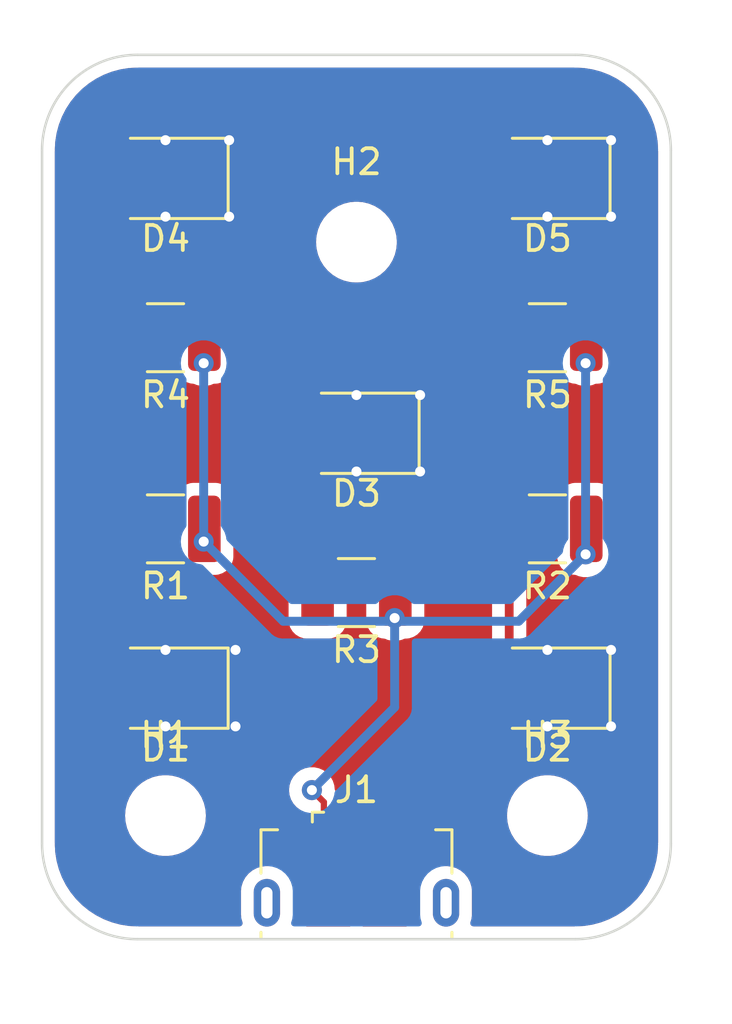
<source format=kicad_pcb>
(kicad_pcb (version 20211014) (generator pcbnew)
  (layers (0 "F.Cu" signal) (31 "B.Cu" signal) (34 "B.Paste" user) (35 "F.Paste" user) (36 "B.SilkS" user "B.Silkscreen") (37 "F.SilkS" user "F.Silkscreen") (38 "B.Mask" user) (39 "F.Mask" user) (44 "Edge.Cuts" user))
  (net 0 "")
  (net 1 "GND")
  (net 2 "Net-(D1-Pad2)")
  (net 3 "Net-(D2-Pad2)")
  (net 4 "Net-(D3-Pad2)")
  (net 5 "Net-(D4-Pad2)")
  (net 6 "Net-(D5-Pad2)")
  (net 9 "+5V")
  (footprint "MountingHole:MountingHole_2.2mm_M2" (layer "F.Cu") (at 137.16 86.36)
    (fp_text reference "H3" (at 0 -3.2) (layer "F.SilkS"))
    (fp_text value "MountingHole")
    (pad "" np_thru_hole circle locked (at 0 0) (size 2.2 2.2) (drill 2.2) (layers *.Cu *.Mask))
  )
  (footprint "MountingHole:MountingHole_2.2mm_M2" (layer "F.Cu") (at 121.92 86.36)
    (fp_text reference "H1" (at 0 -3.2) (layer "F.SilkS"))
    (fp_text value "MountingHole")
    (pad "" np_thru_hole circle locked (at 0 0) (size 2.2 2.2) (drill 2.2) (layers *.Cu *.Mask))
  )
  (footprint "Resistor_SMD:R_1210_3225Metric_Pad1.30x2.65mm_HandSolder" (layer "F.Cu") (at 137.16 74.93 180)
    (fp_text reference "R2" (at 0 -2.28) (layer "F.SilkS"))
    (fp_text value "R")
    (fp_line (start -0.723737 -1.355) (end 0.723737 -1.355) (layer "F.SilkS") (width 0.12))
    (fp_line (start -0.723737 1.355) (end 0.723737 1.355) (layer "F.SilkS") (width 0.12))
    (pad "1" smd roundrect locked (at -1.55 0 180) (size 1.3 2.65) (layers "F.Cu" "F.Paste" "F.Mask") (roundrect_rratio 0.192308) (net 9 "+5V"))
    (pad "2" smd roundrect locked (at 1.55 0 180) (size 1.3 2.65) (layers "F.Cu" "F.Paste" "F.Mask") (roundrect_rratio 0.192308) (net 3 "Net-(D2-Pad2)"))
  )
  (footprint "Resistor_SMD:R_1210_3225Metric_Pad1.30x2.65mm_HandSolder" (layer "F.Cu") (at 129.54 77.47 180)
    (fp_text reference "R3" (at 0 -2.28) (layer "F.SilkS"))
    (fp_text value "R")
    (fp_line (start -0.723737 -1.355) (end 0.723737 -1.355) (layer "F.SilkS") (width 0.12))
    (fp_line (start -0.723737 1.355) (end 0.723737 1.355) (layer "F.SilkS") (width 0.12))
    (pad "1" smd roundrect locked (at -1.55 0 180) (size 1.3 2.65) (layers "F.Cu" "F.Paste" "F.Mask") (roundrect_rratio 0.192308) (net 9 "+5V"))
    (pad "2" smd roundrect locked (at 1.55 0 180) (size 1.3 2.65) (layers "F.Cu" "F.Paste" "F.Mask") (roundrect_rratio 0.192308) (net 4 "Net-(D3-Pad2)"))
  )
  (footprint "Resistor_SMD:R_1210_3225Metric_Pad1.30x2.65mm_HandSolder" (layer "F.Cu") (at 121.92 67.31 180)
    (fp_text reference "R4" (at 0 -2.28) (layer "F.SilkS"))
    (fp_text value "R")
    (fp_line (start -0.723737 1.355) (end 0.723737 1.355) (layer "F.SilkS") (width 0.12))
    (fp_line (start -0.723737 -1.355) (end 0.723737 -1.355) (layer "F.SilkS") (width 0.12))
    (pad "1" smd roundrect locked (at -1.55 0 180) (size 1.3 2.65) (layers "F.Cu" "F.Paste" "F.Mask") (roundrect_rratio 0.192308) (net 9 "+5V"))
    (pad "2" smd roundrect locked (at 1.55 0 180) (size 1.3 2.65) (layers "F.Cu" "F.Paste" "F.Mask") (roundrect_rratio 0.192308) (net 5 "Net-(D4-Pad2)"))
  )
  (footprint "LED_SMD:LED_PLCC_2835_Handsoldering" (layer "F.Cu") (at 121.92 60.96 180)
    (fp_text reference "D4" (at 0 -2.4) (layer "F.SilkS"))
    (fp_text value "LED")
    (fp_line (start 1.4 1.6) (end -2.5 1.6) (layer "F.SilkS") (width 0.12))
    (fp_line (start -2.5 -1.6) (end -2.5 1.6) (layer "F.SilkS") (width 0.12))
    (fp_line (start 1.4 -1.6) (end -2.5 -1.6) (layer "F.SilkS") (width 0.12))
    (pad "1" smd rect locked (at -1.05 0 180) (size 2.5 2.2) (layers "F.Cu" "F.Paste" "F.Mask") (net 1 "GND"))
    (pad "2" smd rect locked (at 1.525 0 180) (size 1.55 2.2) (layers "F.Cu" "F.Paste" "F.Mask") (net 5 "Net-(D4-Pad2)"))
  )
  (footprint "Resistor_SMD:R_1210_3225Metric_Pad1.30x2.65mm_HandSolder" (layer "F.Cu") (at 137.16 67.31 180)
    (fp_text reference "R5" (at 0 -2.28) (layer "F.SilkS"))
    (fp_text value "R")
    (fp_line (start -0.723737 1.355) (end 0.723737 1.355) (layer "F.SilkS") (width 0.12))
    (fp_line (start -0.723737 -1.355) (end 0.723737 -1.355) (layer "F.SilkS") (width 0.12))
    (pad "1" smd roundrect locked (at -1.55 0 180) (size 1.3 2.65) (layers "F.Cu" "F.Paste" "F.Mask") (roundrect_rratio 0.192308) (net 9 "+5V"))
    (pad "2" smd roundrect locked (at 1.55 0 180) (size 1.3 2.65) (layers "F.Cu" "F.Paste" "F.Mask") (roundrect_rratio 0.192308) (net 6 "Net-(D5-Pad2)"))
  )
  (footprint "Resistor_SMD:R_1210_3225Metric_Pad1.30x2.65mm_HandSolder" (layer "F.Cu") (at 121.92 74.93 180)
    (fp_text reference "R1" (at 0 -2.28) (layer "F.SilkS"))
    (fp_text value "R")
    (fp_line (start -0.723737 -1.355) (end 0.723737 -1.355) (layer "F.SilkS") (width 0.12))
    (fp_line (start -0.723737 1.355) (end 0.723737 1.355) (layer "F.SilkS") (width 0.12))
    (pad "1" smd roundrect locked (at -1.55 0 180) (size 1.3 2.65) (layers "F.Cu" "F.Paste" "F.Mask") (roundrect_rratio 0.192308) (net 9 "+5V"))
    (pad "2" smd roundrect locked (at 1.55 0 180) (size 1.3 2.65) (layers "F.Cu" "F.Paste" "F.Mask") (roundrect_rratio 0.192308) (net 2 "Net-(D1-Pad2)"))
  )
  (footprint "MountingHole:MountingHole_2.2mm_M2" (layer "F.Cu") (at 129.54 63.5)
    (fp_text reference "H2" (at 0 -3.2) (layer "F.SilkS"))
    (fp_text value "MountingHole")
    (pad "" np_thru_hole circle locked (at 0 0) (size 2.2 2.2) (drill 2.2) (layers *.Cu *.Mask))
  )
  (footprint "LED_SMD:LED_PLCC_2835_Handsoldering" (layer "F.Cu") (at 121.92 81.28 180)
    (fp_text reference "D1" (at 0 -2.4) (layer "F.SilkS"))
    (fp_text value "LED")
    (fp_line (start 1.4 1.6) (end -2.5 1.6) (layer "F.SilkS") (width 0.12))
    (fp_line (start 1.4 -1.6) (end -2.5 -1.6) (layer "F.SilkS") (width 0.12))
    (fp_line (start -2.5 -1.6) (end -2.5 1.6) (layer "F.SilkS") (width 0.12))
    (pad "1" smd rect locked (at -1.05 0 180) (size 2.5 2.2) (layers "F.Cu" "F.Paste" "F.Mask") (net 1 "GND"))
    (pad "2" smd rect locked (at 1.525 0 180) (size 1.55 2.2) (layers "F.Cu" "F.Paste" "F.Mask") (net 2 "Net-(D1-Pad2)"))
  )
  (footprint "LED_SMD:LED_PLCC_2835_Handsoldering" (layer "F.Cu") (at 137.16 60.96 180)
    (fp_text reference "D5" (at 0 -2.4) (layer "F.SilkS"))
    (fp_text value "LED")
    (fp_line (start 1.4 1.6) (end -2.5 1.6) (layer "F.SilkS") (width 0.12))
    (fp_line (start -2.5 -1.6) (end -2.5 1.6) (layer "F.SilkS") (width 0.12))
    (fp_line (start 1.4 -1.6) (end -2.5 -1.6) (layer "F.SilkS") (width 0.12))
    (pad "1" smd rect locked (at -1.05 0 180) (size 2.5 2.2) (layers "F.Cu" "F.Paste" "F.Mask") (net 1 "GND"))
    (pad "2" smd rect locked (at 1.525 0 180) (size 1.55 2.2) (layers "F.Cu" "F.Paste" "F.Mask") (net 6 "Net-(D5-Pad2)"))
  )
  (footprint "Connector_USB:USB_Micro-B_GCT_USB3076-30-A" (layer "F.Cu") (at 129.54 88.635)
    (fp_text reference "J1" (at 0 -3.3) (layer "F.SilkS"))
    (fp_text value "USB_B_Micro")
    (fp_line (start -3.81 -1.71) (end -3.15 -1.71) (layer "F.SilkS") (width 0.12))
    (fp_line (start 3.81 0.02) (end 3.81 -1.71) (layer "F.SilkS") (width 0.12))
    (fp_line (start 3.81 2.59) (end 3.81 2.38) (layer "F.SilkS") (width 0.12))
    (fp_line (start -1.76 -2.41) (end -1.76 -2.02) (layer "F.SilkS") (width 0.12))
    (fp_line (start -1.76 -2.41) (end -1.31 -2.41) (layer "F.SilkS") (width 0.12))
    (fp_line (start -3.81 2.59) (end -3.81 2.38) (layer "F.SilkS") (width 0.12))
    (fp_line (start 3.81 -1.71) (end 3.16 -1.71) (layer "F.SilkS") (width 0.12))
    (fp_line (start -3.81 0.02) (end -3.81 -1.71) (layer "F.SilkS") (width 0.12))
    (pad "1" smd rect locked (at -1.3 -1.45) (size 0.4 1.4) (layers "F.Cu" "F.Paste" "F.Mask") (net 9 "+5V"))
    (pad "2" smd rect locked (at -0.65 -1.45) (size 0.4 1.4) (layers "F.Cu" "F.Paste" "F.Mask"))
    (pad "3" smd rect locked (at 0 -1.45) (size 0.4 1.4) (layers "F.Cu" "F.Paste" "F.Mask"))
    (pad "4" smd rect locked (at 0.65 -1.45) (size 0.4 1.4) (layers "F.Cu" "F.Paste" "F.Mask"))
    (pad "5" smd rect locked (at 1.3 -1.45) (size 0.4 1.4) (layers "F.Cu" "F.Paste" "F.Mask") (net 1 "GND"))
    (pad "6" thru_hole oval locked (at 3.575 1.2) (size 1.05 1.9) (drill oval 0.45 1.25) (layers *.Cu *.Mask))
    (pad "6" smd rect locked (at 1.125 1.2) (size 1.75 1.9) (layers "F.Cu" "F.Paste" "F.Mask"))
    (pad "6" smd rect locked (at 2.32 -1.03) (size 1.15 1.45) (layers "F.Cu" "F.Paste" "F.Mask"))
    (pad "6" smd rect locked (at -1.125 1.2) (size 1.75 1.9) (layers "F.Cu" "F.Paste" "F.Mask"))
    (pad "6" smd rect locked (at -2.32 -1.03) (size 1.15 1.45) (layers "F.Cu" "F.Paste" "F.Mask"))
    (pad "6" thru_hole oval locked (at -3.575 1.2 180) (size 1.05 1.9) (drill oval 0.45 1.25) (layers *.Cu *.Mask))
  )
  (footprint "LED_SMD:LED_PLCC_2835_Handsoldering" (layer "F.Cu") (at 129.54 71.12 180)
    (fp_text reference "D3" (at 0 -2.4) (layer "F.SilkS"))
    (fp_text value "LED")
    (fp_line (start 1.4 1.6) (end -2.5 1.6) (layer "F.SilkS") (width 0.12))
    (fp_line (start 1.4 -1.6) (end -2.5 -1.6) (layer "F.SilkS") (width 0.12))
    (fp_line (start -2.5 -1.6) (end -2.5 1.6) (layer "F.SilkS") (width 0.12))
    (pad "1" smd rect locked (at -1.05 0 180) (size 2.5 2.2) (layers "F.Cu" "F.Paste" "F.Mask") (net 1 "GND"))
    (pad "2" smd rect locked (at 1.525 0 180) (size 1.55 2.2) (layers "F.Cu" "F.Paste" "F.Mask") (net 4 "Net-(D3-Pad2)"))
  )
  (footprint "LED_SMD:LED_PLCC_2835_Handsoldering" (layer "F.Cu") (at 137.16 81.28 180)
    (fp_text reference "D2" (at 0 -2.4) (layer "F.SilkS"))
    (fp_text value "LED")
    (fp_line (start 1.4 -1.6) (end -2.5 -1.6) (layer "F.SilkS") (width 0.12))
    (fp_line (start 1.4 1.6) (end -2.5 1.6) (layer "F.SilkS") (width 0.12))
    (fp_line (start -2.5 -1.6) (end -2.5 1.6) (layer "F.SilkS") (width 0.12))
    (pad "1" smd rect locked (at -1.05 0 180) (size 2.5 2.2) (layers "F.Cu" "F.Paste" "F.Mask") (net 1 "GND"))
    (pad "2" smd rect locked (at 1.525 0 180) (size 1.55 2.2) (layers "F.Cu" "F.Paste" "F.Mask") (net 3 "Net-(D2-Pad2)"))
  )
  (gr_arc (start 138.275923 56.034077) (mid 140.97 57.15) (end 142.085923 59.844077) (layer "Edge.Cuts") (width 0.1))
  (gr_arc (start 120.804077 91.285923) (mid 118.11 90.17) (end 116.994077 87.475923) (layer "Edge.Cuts") (width 0.1))
  (gr_line (start 120.804077 56.034077) (end 138.275923 56.034077) (layer "Edge.Cuts") (width 0.1))
  (gr_line (start 138.275923 91.285923) (end 120.804077 91.285923) (layer "Edge.Cuts") (width 0.1))
  (gr_arc (start 116.994077 59.844077) (mid 118.11 57.15) (end 120.804077 56.034077) (layer "Edge.Cuts") (width 0.1))
  (gr_line (start 142.085923 59.844077) (end 142.085923 87.475923) (layer "Edge.Cuts") (width 0.1))
  (gr_line (start 116.994077 59.844077) (end 116.994077 87.475923) (layer "Edge.Cuts") (width 0.1))
  (gr_arc (start 142.085923 87.475923) (mid 140.97 90.17) (end 138.275923 91.285923) (layer "Edge.Cuts") (width 0.1))
  (segment (start 130.84 87.185) (end 130.84 85.822) (width 0.25) (layer "F.Cu") (net 1))
  (segment (start 130.84 85.822) (end 131.064 85.598) (width 0.25) (layer "F.Cu") (net 1))
  (via (at 132.08 72.644) (size 0.8) (drill 0.4) (layers "F.Cu" "B.Cu") (net 1))
  (via (at 139.7 59.436) (size 0.8) (drill 0.4) (layers "F.Cu" "B.Cu") (net 1))
  (via (at 139.7 79.756) (size 0.8) (drill 0.4) (layers "F.Cu" "B.Cu") (net 1))
  (via (at 121.92 62.484) (size 0.8) (drill 0.4) (layers "F.Cu" "B.Cu") (net 1))
  (via (at 139.7 62.484) (size 0.8) (drill 0.4) (layers "F.Cu" "B.Cu") (net 1))
  (via (at 124.714 82.804) (size 0.8) (drill 0.4) (layers "F.Cu" "B.Cu") (net 1))
  (via (at 121.92 59.436) (size 0.8) (drill 0.4) (layers "F.Cu" "B.Cu") (net 1))
  (via (at 124.46 62.484) (size 0.8) (drill 0.4) (layers "F.Cu" "B.Cu") (net 1))
  (via (at 132.08 69.596) (size 0.8) (drill 0.4) (layers "F.Cu" "B.Cu") (net 1))
  (via (at 121.92 82.804) (size 0.8) (drill 0.4) (layers "F.Cu" "B.Cu") (net 1))
  (via (at 124.46 59.436) (size 0.8) (drill 0.4) (layers "F.Cu" "B.Cu") (net 1))
  (via (at 129.54 72.644) (size 0.8) (drill 0.4) (layers "F.Cu" "B.Cu") (net 1))
  (via (at 124.714 79.756) (size 0.8) (drill 0.4) (layers "F.Cu" "B.Cu") (net 1))
  (via (at 139.7 82.804) (size 0.8) (drill 0.4) (layers "F.Cu" "B.Cu") (net 1))
  (via (at 129.54 69.596) (size 0.8) (drill 0.4) (layers "F.Cu" "B.Cu") (net 1))
  (via (at 137.16 59.436) (size 0.8) (drill 0.4) (layers "F.Cu" "B.Cu") (net 1))
  (via (at 137.16 82.804) (size 0.8) (drill 0.4) (layers "F.Cu" "B.Cu") (net 1))
  (via (at 137.16 79.756) (size 0.8) (drill 0.4) (layers "F.Cu" "B.Cu") (net 1))
  (via (at 137.16 62.484) (size 0.8) (drill 0.4) (layers "F.Cu" "B.Cu") (net 1))
  (via (at 121.92 79.756) (size 0.8) (drill 0.4) (layers "F.Cu" "B.Cu") (net 1))
  (segment (start 120.395 74.955) (end 120.395 81.28) (width 0.35) (layer "F.Cu") (net 2))
  (segment (start 120.37 74.93) (end 120.395 74.955) (width 0.25) (layer "F.Cu") (net 2))
  (segment (start 135.61 74.93) (end 135.635 74.955) (width 0.25) (layer "F.Cu") (net 3))
  (segment (start 135.635 74.955) (end 135.635 81.28) (width 0.35) (layer "F.Cu") (net 3))
  (segment (start 128.015 77.469) (end 128.015 71.12) (width 0.35) (layer "F.Cu") (net 4))
  (segment (start 128.016 77.47) (end 128.015 77.469) (width 0.25) (layer "F.Cu") (net 4))
  (segment (start 127.99 77.47) (end 128.016 77.47) (width 0.25) (layer "F.Cu") (net 4))
  (segment (start 120.395 60.96) (end 120.395 67.285) (width 0.35) (layer "F.Cu") (net 5))
  (segment (start 120.395 67.285) (end 120.37 67.31) (width 0.25) (layer "F.Cu") (net 5))
  (segment (start 135.635 67.285) (end 135.61 67.31) (width 0.25) (layer "F.Cu") (net 6))
  (segment (start 135.635 60.96) (end 135.635 67.285) (width 0.35) (layer "F.Cu") (net 6))
  (segment (start 128.24 85.822) (end 127.762 85.344) (width 0.25) (layer "F.Cu") (net 9))
  (segment (start 128.24 87.185) (end 128.24 85.822) (width 0.25) (layer "F.Cu") (net 9))
  (via (at 123.444 68.326) (size 0.8) (drill 0.4) (layers "F.Cu" "B.Cu") (net 9))
  (via (at 123.444 75.438) (size 0.8) (drill 0.4) (layers "F.Cu" "B.Cu") (net 9))
  (via (at 138.684 75.946) (size 0.8) (drill 0.4) (layers "F.Cu" "B.Cu") (net 9))
  (via (at 131.064 78.486) (size 0.8) (drill 0.4) (layers "F.Cu" "B.Cu") (net 9))
  (via (at 138.684 68.326) (size 0.8) (drill 0.4) (layers "F.Cu" "B.Cu") (net 9))
  (via (at 127.762 85.344) (size 0.8) (drill 0.4) (layers "F.Cu" "B.Cu") (net 9))
  (segment (start 126.619 78.613) (end 123.444 75.438) (width 0.3556) (layer "B.Cu") (net 9))
  (segment (start 131.064 78.486) (end 131.064 82.042) (width 0.3556) (layer "B.Cu") (net 9))
  (segment (start 131.064 82.042) (end 127.762 85.344) (width 0.3556) (layer "B.Cu") (net 9))
  (segment (start 131.064 78.486) (end 131.191 78.613) (width 0.3556) (layer "B.Cu") (net 9))
  (segment (start 131.191 78.613) (end 136.017 78.613) (width 0.3556) (layer "B.Cu") (net 9))
  (segment (start 130.937 78.613) (end 126.619 78.613) (width 0.3556) (layer "B.Cu") (net 9))
  (segment (start 123.444 75.438) (end 123.444 68.326) (width 0.3556) (layer "B.Cu") (net 9))
  (segment (start 138.684 75.946) (end 138.684 68.326) (width 0.3556) (layer "B.Cu") (net 9))
  (segment (start 136.017 78.613) (end 138.684 75.946) (width 0.3556) (layer "B.Cu") (net 9))
  (segment (start 131.064 78.486) (end 130.937 78.613) (width 0.3556) (layer "B.Cu") (net 9))
  (zone (net 1) (net_name "GND") (layer "F.Cu") (connect_pads yes (clearance 0.508)) (min_thickness 0.254) (fill yes (thermal_gap 0.508) (thermal_bridge_width 1.5))
    (polygon (pts (xy 143.51 54.61) (xy 143.256 91.44) (xy 115.824 91.694) (xy 115.57 54.356)))
  )
  (zone (net 1) (net_name "GND") (layer "B.Cu") (connect_pads (clearance 0.508)) (min_thickness 0.254) (fill yes (thermal_gap 0.508) (thermal_bridge_width 0.508))
    (polygon (pts (xy 144.526 91.948) (xy 115.316 91.694) (xy 115.316 53.848) (xy 144.526 53.848)))
  )
)
</source>
